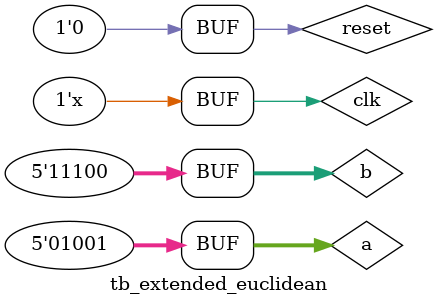
<source format=v>
`timescale 1ns / 1ps

/** @module : tb_extended_euclidean
 *  @author : Secure Trusted and Assured Microelectronics (STAM) Center

 *  Copyright (c) 2023 PQC.Secure (STAM/SCAI/ASU)
 *  Permission is hereby granted, free of charge, to any person obtaining a copy
 *  of this software and associated documentation files (the "Software"), to deal
 *  in the Software without restriction, including without limitation the rights
 *  to use, copy, modify, merge, publish, distribute, sublicense, and/or sell
 *  copies of the Software, and to permit persons to whom the Software is
 *  furnished to do so, subject to the following conditions:
 *  The above copyright notice and this permission notice shall be included in
 *  all copies or substantial portions of the Software.
 *
 *  THE SOFTWARE IS PROVIDED "AS IS", WITHOUT WARRANTY OF ANY KIND, EXPRESS OR
 *  IMPLIED, INCLUDING BUT NOT LIMITED TO THE WARRANTIES OF MERCHANTABILITY,
 *  FITNESS FOR A PARTICULAR PURPOSE AND NONINFRINGEMENT. IN NO EVENT SHALL THE
 *  AUTHORS OR COPYRIGHT HOLDERS BE LIABLE FOR ANY CLAIM, DAMAGES OR OTHER
 *  LIABILITY, WHETHER IN AN ACTION OF CONTRACT, TORT OR OTHERWISE, ARISING FROM,
 *  OUT OF OR IN CONNECTION WITH THE SOFTWARE OR THE USE OR OTHER DEALINGS IN
 *  THE SOFTWARE.
 *
 *
 */

module tb_extended_euclidean;

reg clk, reset;
reg [4:0] a, b;
wire [4:0] result;

extended_euclidean dut(.clk(clk), .reset(reset), .a(a), .b(b), .result(result));

always #5 clk = ~clk;

initial begin
    clk = 0;
    reset = 1;
    a = 9;
    b = 28;
    #10; reset = 0;
end

endmodule

</source>
